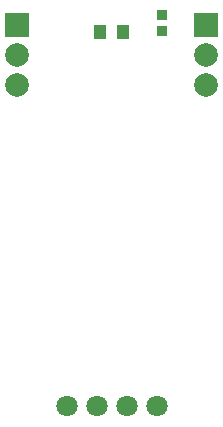
<source format=gbr>
%TF.GenerationSoftware,Altium Limited,Altium Designer,18.1.7 (191)*%
G04 Layer_Color=255*
%FSLAX42Y42*%
%MOMM*%
%TF.FileFunction,Pads,Top*%
%TF.Part,Single*%
G01*
G75*
%TA.AperFunction,SMDPad,CuDef*%
%ADD10R,0.85X0.85*%
%ADD11R,1.00X1.25*%
%TA.AperFunction,ComponentPad*%
%ADD15C,1.80*%
%ADD16C,2.00*%
%ADD17R,2.00X2.00*%
D10*
X425Y4745D02*
D03*
Y4605D02*
D03*
D11*
X-100Y4600D02*
D03*
X100D02*
D03*
D15*
X127Y1430D02*
D03*
X-127D02*
D03*
X-381D02*
D03*
X381D02*
D03*
D16*
X-800Y4146D02*
D03*
Y4400D02*
D03*
X800Y4146D02*
D03*
Y4400D02*
D03*
D17*
X-800Y4654D02*
D03*
X800D02*
D03*
%TF.MD5,9708bd9ed1e95be1eafe715593b194b8*%
M02*

</source>
